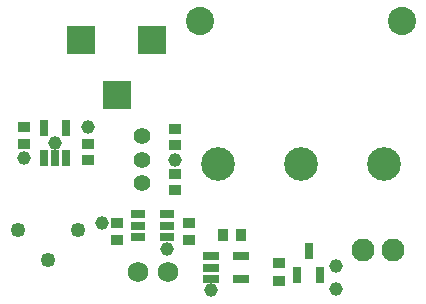
<source format=gts>
%FSLAX24Y24*%
%MOIN*%
G70*
G01*
G75*
G04 Layer_Color=8388736*
%ADD10R,0.0354X0.0276*%
%ADD11R,0.0354X0.0315*%
%ADD12R,0.0217X0.0512*%
%ADD13R,0.0236X0.0512*%
%ADD14R,0.0512X0.0217*%
%ADD15R,0.0276X0.0354*%
%ADD16R,0.0394X0.0217*%
%ADD17C,0.0300*%
%ADD18C,0.0200*%
%ADD19C,0.0630*%
%ADD20C,0.0709*%
%ADD21C,0.0492*%
%ADD22C,0.1063*%
%ADD23C,0.0882*%
%ADD24R,0.0866X0.0866*%
%ADD25C,0.0433*%
%ADD26C,0.0400*%
%ADD27C,0.0050*%
%ADD28C,0.0098*%
%ADD29C,0.0079*%
%ADD30C,0.0100*%
%ADD31R,0.0414X0.0336*%
%ADD32R,0.0414X0.0375*%
%ADD33R,0.0277X0.0572*%
%ADD34R,0.0296X0.0572*%
%ADD35R,0.0572X0.0277*%
%ADD36R,0.0336X0.0414*%
%ADD37R,0.0454X0.0277*%
%ADD38C,0.0690*%
%ADD39C,0.0060*%
%ADD40C,0.0769*%
%ADD41C,0.0552*%
%ADD42C,0.1123*%
%ADD43C,0.0942*%
%ADD44R,0.0926X0.0926*%
%ADD45C,0.0493*%
%ADD46C,0.0460*%
D31*
X14700Y12055D02*
D03*
Y12645D02*
D03*
X20100Y11295D02*
D03*
Y10705D02*
D03*
D32*
X11600Y15826D02*
D03*
Y15274D02*
D03*
X13750Y14724D02*
D03*
Y15276D02*
D03*
X16650Y15776D02*
D03*
Y15224D02*
D03*
X17100Y12626D02*
D03*
Y12074D02*
D03*
X16650Y13724D02*
D03*
Y14276D02*
D03*
D33*
X12276Y15792D02*
D03*
X13024D02*
D03*
Y14808D02*
D03*
X12650D02*
D03*
X12276D02*
D03*
D34*
X21100Y11713D02*
D03*
X21474Y10887D02*
D03*
X20726D02*
D03*
D35*
X18842Y11524D02*
D03*
Y10776D02*
D03*
X17858D02*
D03*
Y11150D02*
D03*
Y11524D02*
D03*
D36*
X18845Y12250D02*
D03*
X18255D02*
D03*
D37*
X15428Y12924D02*
D03*
Y12550D02*
D03*
Y12176D02*
D03*
X16372D02*
D03*
Y12550D02*
D03*
Y12924D02*
D03*
D38*
X16400Y11000D02*
D03*
X15400D02*
D03*
D39*
X23900Y10750D02*
D03*
X22900D02*
D03*
D40*
X23900Y11750D02*
D03*
X22900D02*
D03*
D41*
X15550Y15537D02*
D03*
Y14750D02*
D03*
Y13963D02*
D03*
D42*
X18078Y14594D02*
D03*
X23622D02*
D03*
X20850D02*
D03*
D43*
X17488Y19354D02*
D03*
X24212D02*
D03*
D44*
X15881Y18750D02*
D03*
X13519D02*
D03*
X14700Y16900D02*
D03*
D45*
X11400Y12400D02*
D03*
X12400Y11400D02*
D03*
X13400Y12400D02*
D03*
D46*
X22000Y11200D02*
D03*
Y10450D02*
D03*
X16650Y14750D02*
D03*
X12650Y15300D02*
D03*
X11600Y14800D02*
D03*
X14205Y12645D02*
D03*
X16372Y11778D02*
D03*
X17858Y10408D02*
D03*
X13750Y15850D02*
D03*
M02*

</source>
